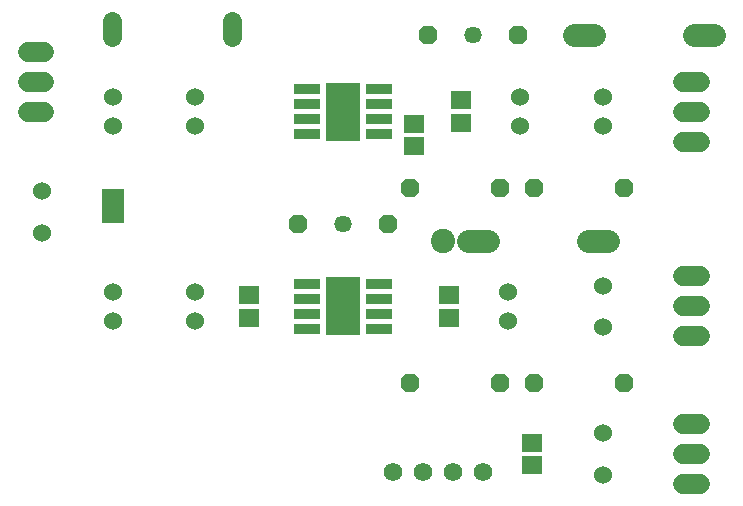
<source format=gts>
G75*
%MOIN*%
%OFA0B0*%
%FSLAX25Y25*%
%IPPOS*%
%LPD*%
%AMOC8*
5,1,8,0,0,1.08239X$1,22.5*
%
%ADD10R,0.11811X0.19685*%
%ADD11R,0.09000X0.03600*%
%ADD12OC8,0.06200*%
%ADD13C,0.06000*%
%ADD14C,0.06600*%
%ADD15R,0.07300X0.05600*%
%ADD16R,0.07200X0.00600*%
%ADD17C,0.06150*%
%ADD18R,0.06906X0.06118*%
%ADD19C,0.07600*%
%ADD20C,0.06200*%
%ADD21C,0.05750*%
%ADD22C,0.08087*%
D10*
X0122124Y0074031D03*
X0122124Y0138992D03*
D11*
X0110024Y0136492D03*
X0110024Y0141492D03*
X0110024Y0146492D03*
X0110024Y0131492D03*
X0134224Y0131492D03*
X0134224Y0136492D03*
X0134224Y0141492D03*
X0134224Y0146492D03*
X0134224Y0081531D03*
X0134224Y0076531D03*
X0134224Y0071531D03*
X0134224Y0066531D03*
X0110024Y0066531D03*
X0110024Y0071531D03*
X0110024Y0076531D03*
X0110024Y0081531D03*
D12*
X0107124Y0101591D03*
X0137124Y0101591D03*
X0144526Y0113402D03*
X0174526Y0113402D03*
X0185864Y0113402D03*
X0215864Y0113402D03*
X0180431Y0164583D03*
X0150431Y0164583D03*
X0144526Y0048441D03*
X0174526Y0048441D03*
X0185864Y0048441D03*
X0215864Y0048441D03*
D13*
X0045353Y0069110D03*
X0045353Y0078953D03*
X0072912Y0078953D03*
X0072912Y0069110D03*
X0021731Y0098638D03*
X0021731Y0112417D03*
X0045353Y0134071D03*
X0045353Y0143913D03*
X0072912Y0143913D03*
X0072912Y0134071D03*
X0177242Y0078953D03*
X0177242Y0069110D03*
X0208738Y0067142D03*
X0208738Y0080921D03*
X0208738Y0031709D03*
X0208738Y0017929D03*
X0208738Y0134071D03*
X0208738Y0143913D03*
X0181179Y0143913D03*
X0181179Y0134071D03*
D14*
X0235466Y0138992D02*
X0241066Y0138992D01*
X0241066Y0128992D02*
X0235466Y0128992D01*
X0235466Y0148992D02*
X0241066Y0148992D01*
X0241066Y0084031D02*
X0235466Y0084031D01*
X0235466Y0074031D02*
X0241066Y0074031D01*
X0241066Y0064031D02*
X0235466Y0064031D01*
X0235466Y0034819D02*
X0241066Y0034819D01*
X0241066Y0024819D02*
X0235466Y0024819D01*
X0235466Y0014819D02*
X0241066Y0014819D01*
X0022562Y0138835D02*
X0016962Y0138835D01*
X0016962Y0148835D02*
X0022562Y0148835D01*
X0022562Y0158835D02*
X0016962Y0158835D01*
D15*
X0045353Y0110496D03*
X0045353Y0104496D03*
D16*
X0045353Y0107496D03*
D17*
X0138620Y0018913D03*
X0148620Y0018913D03*
X0158620Y0018913D03*
X0168620Y0018913D03*
D18*
X0185116Y0021079D03*
X0185116Y0028559D03*
X0157557Y0070291D03*
X0157557Y0077772D03*
X0090628Y0077772D03*
X0090628Y0070291D03*
X0145746Y0127378D03*
X0145746Y0134858D03*
X0161494Y0135252D03*
X0161494Y0142732D03*
D19*
X0199218Y0164583D02*
X0205818Y0164583D01*
X0239218Y0164583D02*
X0245818Y0164583D01*
X0210385Y0095685D02*
X0203785Y0095685D01*
X0170385Y0095685D02*
X0163785Y0095685D01*
D20*
X0085038Y0163951D02*
X0085038Y0169151D01*
X0045038Y0169151D02*
X0045038Y0163951D01*
D21*
X0122124Y0101591D03*
X0165431Y0164583D03*
D22*
X0155589Y0095685D03*
M02*

</source>
